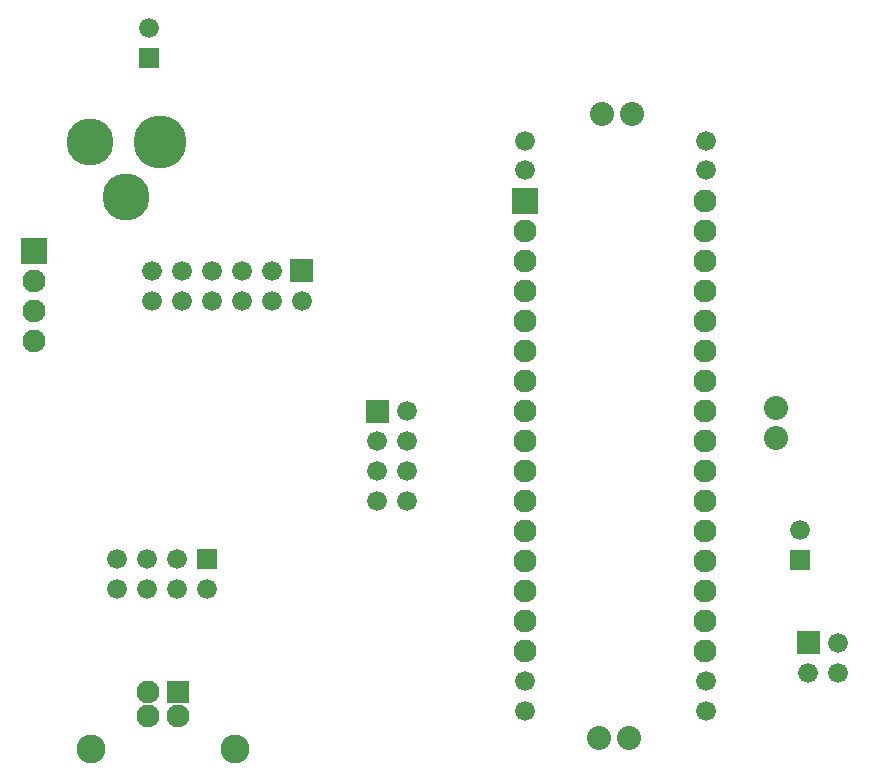
<source format=gbr>
G04 start of page 6 for group -4062 idx -4062 *
G04 Title: (unknown), soldermask *
G04 Creator: pcb 1.99z *
G04 CreationDate: Fri Sep 27 15:25:28 2013 UTC *
G04 For: tim *
G04 Format: Gerber/RS-274X *
G04 PCB-Dimensions (mil): 3240.00 2900.00 *
G04 PCB-Coordinate-Origin: lower left *
%MOIN*%
%FSLAX25Y25*%
%LNBOTTOMMASK*%
%ADD103C,0.0800*%
%ADD102C,0.1770*%
%ADD101C,0.1570*%
%ADD100C,0.0960*%
%ADD99C,0.0660*%
%ADD98C,0.0760*%
%ADD97C,0.0001*%
G54D97*G36*
X171794Y227713D02*Y219113D01*
X180394D01*
Y227713D01*
X171794D01*
G37*
G54D98*X176094Y213413D03*
Y203413D03*
G54D99*X175978Y233536D03*
Y243378D03*
G54D98*X176094Y193413D03*
Y183413D03*
Y173413D03*
Y163413D03*
Y153413D03*
Y143413D03*
G54D99*X175978Y63457D03*
Y53221D03*
G54D97*G36*
X122965Y157021D02*Y149421D01*
X130565D01*
Y157021D01*
X122965D01*
G37*
G54D99*X136765Y153221D03*
X126765Y143221D03*
X136765D03*
Y133221D03*
Y123221D03*
X126765Y133221D03*
Y123221D03*
G54D97*G36*
X66772Y107308D02*Y100708D01*
X73372D01*
Y107308D01*
X66772D01*
G37*
G54D99*X70072Y94008D03*
X60072Y104008D03*
Y94008D03*
X50072Y104008D03*
Y94008D03*
X40072Y104008D03*
Y94008D03*
G54D97*G36*
X56540Y63458D02*Y55858D01*
X64140D01*
Y63458D01*
X56540D01*
G37*
G54D98*X50340Y59658D03*
Y51658D03*
G54D100*X31340Y40658D03*
G54D98*X60340Y51658D03*
G54D100*X79340Y40658D03*
G54D97*G36*
X7898Y211064D02*Y202464D01*
X16498D01*
Y211064D01*
X7898D01*
G37*
G54D98*X12198Y196764D03*
Y186764D03*
Y176764D03*
G54D97*G36*
X47481Y274237D02*Y267637D01*
X54081D01*
Y274237D01*
X47481D01*
G37*
G54D99*X50781Y280937D03*
X51569Y200071D03*
G54D101*X42907Y224481D03*
X31096Y242985D03*
G54D102*X54324D03*
G54D99*X51569Y190071D03*
G54D97*G36*
X97769Y203871D02*Y196271D01*
X105369D01*
Y203871D01*
X97769D01*
G37*
G54D99*X101569Y190071D03*
X91569Y200071D03*
Y190071D03*
X81569Y200071D03*
Y190071D03*
X71569Y200071D03*
Y190071D03*
X61569Y200071D03*
Y190071D03*
G54D103*X259553Y144304D03*
Y154304D03*
G54D97*G36*
X264410Y106915D02*Y100315D01*
X271010D01*
Y106915D01*
X264410D01*
G37*
G54D99*X267710Y113615D03*
G54D97*G36*
X266666Y79856D02*Y72256D01*
X274266D01*
Y79856D01*
X266666D01*
G37*
G54D99*X280466Y76056D03*
Y66056D03*
X270466D03*
G54D98*X176094Y133413D03*
Y123413D03*
Y113413D03*
Y103413D03*
Y93413D03*
Y83413D03*
Y73413D03*
G54D103*X200781Y44166D03*
X210781D03*
G54D98*X236094Y73413D03*
Y83413D03*
Y93413D03*
G54D99*X236214Y53221D03*
Y63457D03*
G54D98*X236094Y103413D03*
Y113413D03*
Y123413D03*
Y133413D03*
Y143413D03*
Y153413D03*
Y163413D03*
Y173413D03*
Y183413D03*
Y193413D03*
Y203413D03*
Y213413D03*
Y223413D03*
G54D99*X236214Y243378D03*
Y233536D03*
G54D103*X201569Y252433D03*
X211569D03*
M02*

</source>
